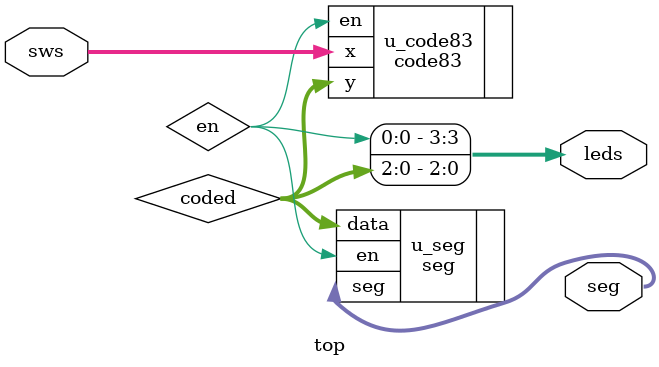
<source format=v>
module top(
    input [7:0] sws,
    output [3:0] leds,
    output [7:0] seg
);
    
    wire en;
    wire [2:0] coded;

    code83 u_code83 (
        .x(sws),
        .en(en),
        .y(coded)
    );

    seg u_seg (
        .en(en),
        .data(coded),
        .seg(seg)
    );

    assign leds = {en, coded};

endmodule
</source>
